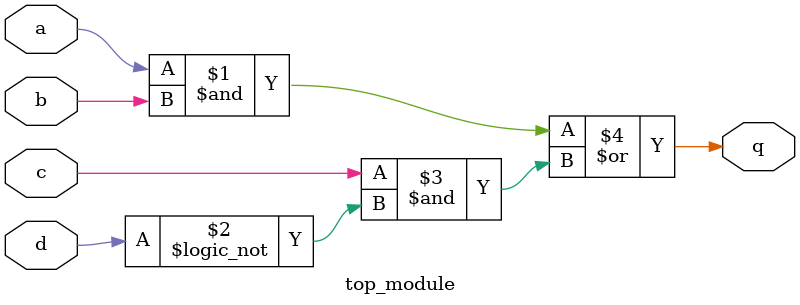
<source format=sv>
module top_module (
    input a,
    input b,
    input c,
    input d,
    output q
);

    assign q = ((a & b) | (c & !d));

endmodule

</source>
